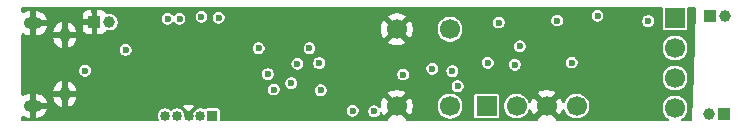
<source format=gbr>
%TF.GenerationSoftware,KiCad,Pcbnew,9.0.6*%
%TF.CreationDate,2026-01-30T22:56:41+01:00*%
%TF.ProjectId,fed_training_1,6665645f-7472-4616-996e-696e675f312e,rev?*%
%TF.SameCoordinates,Original*%
%TF.FileFunction,Copper,L3,Inr*%
%TF.FilePolarity,Positive*%
%FSLAX46Y46*%
G04 Gerber Fmt 4.6, Leading zero omitted, Abs format (unit mm)*
G04 Created by KiCad (PCBNEW 9.0.6) date 2026-01-30 22:56:41*
%MOMM*%
%LPD*%
G01*
G04 APERTURE LIST*
%TA.AperFunction,ComponentPad*%
%ADD10R,1.700000X1.700000*%
%TD*%
%TA.AperFunction,ComponentPad*%
%ADD11C,1.700000*%
%TD*%
%TA.AperFunction,ComponentPad*%
%ADD12R,1.000000X1.000000*%
%TD*%
%TA.AperFunction,ComponentPad*%
%ADD13C,1.000000*%
%TD*%
%TA.AperFunction,ComponentPad*%
%ADD14R,0.850000X0.850000*%
%TD*%
%TA.AperFunction,ComponentPad*%
%ADD15C,0.850000*%
%TD*%
%TA.AperFunction,ComponentPad*%
%ADD16O,1.550000X1.000000*%
%TD*%
%TA.AperFunction,ComponentPad*%
%ADD17O,0.950000X1.250000*%
%TD*%
%TA.AperFunction,ViaPad*%
%ADD18C,0.600000*%
%TD*%
G04 APERTURE END LIST*
D10*
%TO.N,/I2C1_SDA*%
%TO.C,J4*%
X157898454Y-98300000D03*
D11*
%TO.N,/I2C1_SCL*%
X160438454Y-98300000D03*
%TO.N,GND*%
X162978454Y-98300000D03*
%TO.N,/BUTTON*%
X165518454Y-98300000D03*
%TD*%
D12*
%TO.N,/G_LED_CON*%
%TO.C,J7*%
X178030000Y-98990000D03*
D13*
%TO.N,/B_LED_CON*%
X176760000Y-98990000D03*
%TD*%
D11*
%TO.N,/BUTTON*%
%TO.C,SW1*%
X154800000Y-91803688D03*
%TO.N,GND*%
X150300000Y-91803688D03*
X150300000Y-98303688D03*
%TO.N,/BUTTON*%
X154800000Y-98303688D03*
%TD*%
D14*
%TO.N,/MCL#{slash}VPP*%
%TO.C,J3*%
X134674676Y-99125000D03*
D15*
%TO.N,+3.3V*%
X133674676Y-99125000D03*
%TO.N,GND*%
X132674676Y-99125000D03*
%TO.N,/ISCPSDAT*%
X131674676Y-99125000D03*
%TO.N,/ISCPSCLK*%
X130674676Y-99125000D03*
%TD*%
D12*
%TO.N,VIN*%
%TO.C,J6*%
X176810000Y-90680000D03*
D13*
%TO.N,/R_LED_CON*%
X178080000Y-90680000D03*
%TD*%
D16*
%TO.N,GND*%
%TO.C,J2*%
X119475000Y-91284473D03*
D17*
X122175000Y-92284473D03*
X122175000Y-97284473D03*
D16*
X119475000Y-98284473D03*
%TD*%
D10*
%TO.N,VIN*%
%TO.C,J5*%
X173850000Y-90840000D03*
D11*
%TO.N,/R_LED_CON*%
X173850000Y-93380000D03*
%TO.N,/G_LED_CON*%
X173850000Y-95920000D03*
%TO.N,/B_LED_CON*%
X173850000Y-98460000D03*
%TD*%
D12*
%TO.N,GND*%
%TO.C,J1*%
X124700000Y-91200000D03*
D13*
%TO.N,+VBAT*%
X125970000Y-91200000D03*
%TD*%
D18*
%TO.N,GND*%
X121100000Y-98500000D03*
X127200000Y-98500000D03*
X129700000Y-97500000D03*
X165026204Y-90631224D03*
X122166120Y-98511031D03*
X163890802Y-93420122D03*
X160620318Y-91222003D03*
X160527805Y-93972195D03*
X152178000Y-97822000D03*
X132500000Y-97600000D03*
X124700000Y-90200000D03*
X163830000Y-94300000D03*
X156900000Y-92900000D03*
X157900000Y-91300000D03*
X122390640Y-90764385D03*
X137900000Y-91200000D03*
X171450000Y-98298000D03*
X140300000Y-93350000D03*
X119977640Y-92796385D03*
X152146000Y-92000000D03*
X130200000Y-93000000D03*
X162052000Y-97028000D03*
X132900000Y-94800000D03*
%TO.N,VIN*%
X131900000Y-90900000D03*
X130900000Y-90900000D03*
%TO.N,+3.3V*%
X157995964Y-94628740D03*
X138600000Y-93400000D03*
X135210000Y-90810000D03*
X148370000Y-98740000D03*
X163878252Y-91060000D03*
X133760000Y-90740000D03*
%TO.N,/R_LED_CON*%
X165100000Y-94615000D03*
%TO.N,Net-(J2-Pad3)*%
X123900000Y-95300000D03*
%TO.N,Net-(J2-Pad2)*%
X127343928Y-93543928D03*
%TO.N,/ISCPSCLK*%
X141880000Y-94710000D03*
%TO.N,/ISCPSDAT*%
X139380000Y-95590000D03*
%TO.N,/I2C1_SCL*%
X143860000Y-96960000D03*
X155448000Y-96612000D03*
X160300000Y-94800000D03*
X146560000Y-98690000D03*
%TO.N,/I2C1_SDA*%
X150830000Y-95630000D03*
X160713922Y-93245652D03*
%TO.N,/BUTTON*%
X153300000Y-95130000D03*
%TO.N,/LED_B*%
X167290000Y-90647776D03*
%TO.N,/LED_G*%
X171570000Y-91100000D03*
%TO.N,/LED_R*%
X155000000Y-95340000D03*
%TO.N,/ISR*%
X142900000Y-93400000D03*
X158938645Y-91232253D03*
%TO.N,Net-(U1-RC6)*%
X143716866Y-94657227D03*
%TO.N,Net-(U1-RC5)*%
X139880000Y-96900000D03*
%TO.N,Net-(U1-RC3)*%
X141350000Y-96360000D03*
%TD*%
%TA.AperFunction,Conductor*%
%TO.N,GND*%
G36*
X172742539Y-89920185D02*
G01*
X172788294Y-89972989D01*
X172799500Y-90024500D01*
X172799500Y-91709752D01*
X172811131Y-91768229D01*
X172811132Y-91768230D01*
X172855447Y-91834552D01*
X172921769Y-91878867D01*
X172921770Y-91878868D01*
X172980247Y-91890499D01*
X172980250Y-91890500D01*
X172980252Y-91890500D01*
X174719750Y-91890500D01*
X174719751Y-91890499D01*
X174734568Y-91887552D01*
X174778229Y-91878868D01*
X174778229Y-91878867D01*
X174778231Y-91878867D01*
X174844552Y-91834552D01*
X174888867Y-91768231D01*
X174888867Y-91768229D01*
X174888868Y-91768229D01*
X174900499Y-91709752D01*
X174900500Y-91709750D01*
X174900500Y-90024500D01*
X174920185Y-89957461D01*
X174972989Y-89911706D01*
X175024500Y-89900500D01*
X175513139Y-89900500D01*
X175580178Y-89920185D01*
X175625933Y-89972989D01*
X175637067Y-90028732D01*
X175446580Y-95607313D01*
X175314496Y-99475500D01*
X175314351Y-99479732D01*
X175292390Y-99546060D01*
X175238055Y-99589987D01*
X175190423Y-99599500D01*
X174444241Y-99599500D01*
X174377202Y-99579815D01*
X174331447Y-99527011D01*
X174321503Y-99457853D01*
X174350528Y-99394297D01*
X174375351Y-99372397D01*
X174519655Y-99275977D01*
X174665977Y-99129655D01*
X174780941Y-98957598D01*
X174860130Y-98766420D01*
X174900500Y-98563465D01*
X174900500Y-98356535D01*
X174860130Y-98153580D01*
X174780941Y-97962402D01*
X174665977Y-97790345D01*
X174665975Y-97790342D01*
X174519657Y-97644024D01*
X174433626Y-97586541D01*
X174347598Y-97529059D01*
X174156420Y-97449870D01*
X174156412Y-97449868D01*
X173953469Y-97409500D01*
X173953465Y-97409500D01*
X173746535Y-97409500D01*
X173746530Y-97409500D01*
X173543587Y-97449868D01*
X173543579Y-97449870D01*
X173352403Y-97529058D01*
X173180342Y-97644024D01*
X173034024Y-97790342D01*
X172919058Y-97962403D01*
X172839870Y-98153579D01*
X172839868Y-98153587D01*
X172799500Y-98356530D01*
X172799500Y-98563469D01*
X172839868Y-98766412D01*
X172839870Y-98766420D01*
X172908947Y-98933187D01*
X172919059Y-98957598D01*
X172929581Y-98973345D01*
X173034024Y-99129657D01*
X173180342Y-99275975D01*
X173180345Y-99275977D01*
X173300891Y-99356523D01*
X173324649Y-99372397D01*
X173369455Y-99426010D01*
X173378162Y-99495335D01*
X173348008Y-99558362D01*
X173288565Y-99595082D01*
X173255759Y-99599500D01*
X163859815Y-99599500D01*
X163792776Y-99579815D01*
X163747021Y-99527011D01*
X163736197Y-99465772D01*
X163740171Y-99415270D01*
X163107862Y-98782962D01*
X163171447Y-98765925D01*
X163285461Y-98700099D01*
X163378553Y-98607007D01*
X163444379Y-98492993D01*
X163461416Y-98429408D01*
X164093724Y-99061717D01*
X164093724Y-99061716D01*
X164133076Y-99007554D01*
X164229549Y-98818217D01*
X164286797Y-98642026D01*
X164326234Y-98584351D01*
X164390593Y-98557152D01*
X164459439Y-98569066D01*
X164510915Y-98616310D01*
X164519287Y-98632887D01*
X164539311Y-98681228D01*
X164574598Y-98766420D01*
X164587513Y-98797598D01*
X164630232Y-98861532D01*
X164702478Y-98969657D01*
X164848796Y-99115975D01*
X164848799Y-99115977D01*
X165020856Y-99230941D01*
X165212034Y-99310130D01*
X165356506Y-99338867D01*
X165414984Y-99350499D01*
X165414988Y-99350500D01*
X165414989Y-99350500D01*
X165621920Y-99350500D01*
X165621921Y-99350499D01*
X165824874Y-99310130D01*
X166016052Y-99230941D01*
X166188109Y-99115977D01*
X166334431Y-98969655D01*
X166449395Y-98797598D01*
X166528584Y-98606420D01*
X166568954Y-98403465D01*
X166568954Y-98196535D01*
X166528584Y-97993580D01*
X166449395Y-97802402D01*
X166334431Y-97630345D01*
X166334429Y-97630342D01*
X166188111Y-97484024D01*
X166074986Y-97408437D01*
X166016052Y-97369059D01*
X166009613Y-97366392D01*
X165824874Y-97289870D01*
X165824866Y-97289868D01*
X165621923Y-97249500D01*
X165621919Y-97249500D01*
X165414989Y-97249500D01*
X165414984Y-97249500D01*
X165212041Y-97289868D01*
X165212033Y-97289870D01*
X165020857Y-97369058D01*
X164848796Y-97484024D01*
X164702478Y-97630342D01*
X164587511Y-97802403D01*
X164519289Y-97967108D01*
X164475448Y-98021511D01*
X164409154Y-98043576D01*
X164341454Y-98026297D01*
X164293844Y-97975159D01*
X164286797Y-97957973D01*
X164229549Y-97781782D01*
X164133078Y-97592449D01*
X164093724Y-97538282D01*
X164093723Y-97538282D01*
X163461416Y-98170590D01*
X163444379Y-98107007D01*
X163378553Y-97992993D01*
X163285461Y-97899901D01*
X163171447Y-97834075D01*
X163107863Y-97817037D01*
X163740170Y-97184728D01*
X163686004Y-97145375D01*
X163496671Y-97048904D01*
X163294583Y-96983242D01*
X163084700Y-96950000D01*
X162872208Y-96950000D01*
X162662326Y-96983242D01*
X162662323Y-96983242D01*
X162460236Y-97048904D01*
X162270893Y-97145380D01*
X162216736Y-97184727D01*
X162216736Y-97184728D01*
X162849045Y-97817037D01*
X162785461Y-97834075D01*
X162671447Y-97899901D01*
X162578355Y-97992993D01*
X162512529Y-98107007D01*
X162495491Y-98170591D01*
X161863182Y-97538282D01*
X161863181Y-97538282D01*
X161823834Y-97592439D01*
X161727359Y-97781781D01*
X161670110Y-97957974D01*
X161630672Y-98015649D01*
X161566313Y-98042847D01*
X161497467Y-98030932D01*
X161445991Y-97983688D01*
X161437618Y-97967107D01*
X161435669Y-97962402D01*
X161408292Y-97896306D01*
X161369397Y-97802405D01*
X161254429Y-97630342D01*
X161108111Y-97484024D01*
X160994986Y-97408437D01*
X160936052Y-97369059D01*
X160929613Y-97366392D01*
X160881706Y-97346548D01*
X160744874Y-97289870D01*
X160744866Y-97289868D01*
X160541923Y-97249500D01*
X160541919Y-97249500D01*
X160334989Y-97249500D01*
X160334984Y-97249500D01*
X160132041Y-97289868D01*
X160132033Y-97289870D01*
X159940857Y-97369058D01*
X159768796Y-97484024D01*
X159622478Y-97630342D01*
X159507512Y-97802403D01*
X159428324Y-97993579D01*
X159428322Y-97993587D01*
X159387954Y-98196530D01*
X159387954Y-98403469D01*
X159428322Y-98606412D01*
X159428324Y-98606420D01*
X159494598Y-98766420D01*
X159507513Y-98797598D01*
X159550232Y-98861532D01*
X159622478Y-98969657D01*
X159768796Y-99115975D01*
X159768799Y-99115977D01*
X159940856Y-99230941D01*
X160132034Y-99310130D01*
X160276506Y-99338867D01*
X160334984Y-99350499D01*
X160334988Y-99350500D01*
X160334989Y-99350500D01*
X160541920Y-99350500D01*
X160541921Y-99350499D01*
X160744874Y-99310130D01*
X160936052Y-99230941D01*
X161108109Y-99115977D01*
X161254431Y-98969655D01*
X161369395Y-98797598D01*
X161437619Y-98632889D01*
X161481458Y-98578488D01*
X161547752Y-98556423D01*
X161615452Y-98573702D01*
X161663063Y-98624839D01*
X161670110Y-98642026D01*
X161727358Y-98818216D01*
X161823829Y-99007550D01*
X161863182Y-99061716D01*
X162495491Y-98429408D01*
X162512529Y-98492993D01*
X162578355Y-98607007D01*
X162671447Y-98700099D01*
X162785461Y-98765925D01*
X162849044Y-98782962D01*
X162216736Y-99415269D01*
X162220711Y-99465771D01*
X162206347Y-99534148D01*
X162157296Y-99583905D01*
X162097093Y-99599500D01*
X154929192Y-99599500D01*
X154862153Y-99579815D01*
X154816398Y-99527011D01*
X154806454Y-99457853D01*
X154835479Y-99394297D01*
X154894257Y-99356523D01*
X154905001Y-99353883D01*
X154999958Y-99334994D01*
X155106420Y-99313818D01*
X155297598Y-99234629D01*
X155469655Y-99119665D01*
X155615977Y-98973343D01*
X155730941Y-98801286D01*
X155810130Y-98610108D01*
X155850500Y-98407153D01*
X155850500Y-98200223D01*
X155810130Y-97997268D01*
X155730941Y-97806090D01*
X155615977Y-97634033D01*
X155615975Y-97634030D01*
X155469657Y-97487712D01*
X155383654Y-97430247D01*
X156847954Y-97430247D01*
X156847954Y-99169752D01*
X156859585Y-99228229D01*
X156859586Y-99228230D01*
X156903901Y-99294552D01*
X156970223Y-99338867D01*
X156970224Y-99338868D01*
X157028701Y-99350499D01*
X157028704Y-99350500D01*
X157028706Y-99350500D01*
X158768204Y-99350500D01*
X158768205Y-99350499D01*
X158783022Y-99347552D01*
X158826683Y-99338868D01*
X158826683Y-99338867D01*
X158826685Y-99338867D01*
X158893006Y-99294552D01*
X158937321Y-99228231D01*
X158937321Y-99228229D01*
X158937322Y-99228229D01*
X158947963Y-99174728D01*
X158948954Y-99169748D01*
X158948954Y-97430252D01*
X158948954Y-97430249D01*
X158948953Y-97430247D01*
X158937322Y-97371770D01*
X158937321Y-97371769D01*
X158893006Y-97305447D01*
X158826684Y-97261132D01*
X158826683Y-97261131D01*
X158768206Y-97249500D01*
X158768202Y-97249500D01*
X157028706Y-97249500D01*
X157028701Y-97249500D01*
X156970224Y-97261131D01*
X156970223Y-97261132D01*
X156903901Y-97305447D01*
X156859586Y-97371769D01*
X156859585Y-97371770D01*
X156847954Y-97430247D01*
X155383654Y-97430247D01*
X155344695Y-97404216D01*
X155297598Y-97372747D01*
X155295239Y-97371770D01*
X155106420Y-97293558D01*
X155106412Y-97293556D01*
X154903469Y-97253188D01*
X154903465Y-97253188D01*
X154696535Y-97253188D01*
X154696530Y-97253188D01*
X154493587Y-97293556D01*
X154493579Y-97293558D01*
X154302403Y-97372746D01*
X154130342Y-97487712D01*
X153984024Y-97634030D01*
X153869058Y-97806091D01*
X153789870Y-97997267D01*
X153789868Y-97997275D01*
X153749500Y-98200218D01*
X153749500Y-98407157D01*
X153789868Y-98610100D01*
X153789870Y-98610108D01*
X153869058Y-98801284D01*
X153984024Y-98973345D01*
X154130342Y-99119663D01*
X154130345Y-99119665D01*
X154302402Y-99234629D01*
X154493580Y-99313818D01*
X154579506Y-99330909D01*
X154694999Y-99353883D01*
X154756910Y-99386268D01*
X154791484Y-99446983D01*
X154787745Y-99516753D01*
X154746879Y-99573425D01*
X154681860Y-99599006D01*
X154670808Y-99599500D01*
X151181651Y-99599500D01*
X151114612Y-99579815D01*
X151068857Y-99527011D01*
X151058033Y-99465771D01*
X151061717Y-99418958D01*
X150429408Y-98786650D01*
X150492993Y-98769613D01*
X150607007Y-98703787D01*
X150700099Y-98610695D01*
X150765925Y-98496681D01*
X150782962Y-98433096D01*
X151415270Y-99065405D01*
X151415270Y-99065404D01*
X151454622Y-99011242D01*
X151551095Y-98821905D01*
X151616757Y-98619818D01*
X151616757Y-98619815D01*
X151650000Y-98409934D01*
X151650000Y-98197441D01*
X151616757Y-97987560D01*
X151616757Y-97987557D01*
X151551095Y-97785470D01*
X151454624Y-97596137D01*
X151415270Y-97541970D01*
X151415269Y-97541970D01*
X150782962Y-98174278D01*
X150765925Y-98110695D01*
X150700099Y-97996681D01*
X150607007Y-97903589D01*
X150492993Y-97837763D01*
X150429409Y-97820725D01*
X151061716Y-97188416D01*
X151007550Y-97149063D01*
X150818217Y-97052592D01*
X150616129Y-96986930D01*
X150406246Y-96953688D01*
X150193754Y-96953688D01*
X149983872Y-96986930D01*
X149983869Y-96986930D01*
X149781782Y-97052592D01*
X149592439Y-97149068D01*
X149538282Y-97188415D01*
X149538282Y-97188416D01*
X150170591Y-97820725D01*
X150107007Y-97837763D01*
X149992993Y-97903589D01*
X149899901Y-97996681D01*
X149834075Y-98110695D01*
X149817037Y-98174279D01*
X149184728Y-97541970D01*
X149184727Y-97541970D01*
X149145380Y-97596127D01*
X149048904Y-97785470D01*
X148983242Y-97987557D01*
X148983242Y-97987560D01*
X148950000Y-98197441D01*
X148950000Y-98312824D01*
X148930315Y-98379863D01*
X148877511Y-98425618D01*
X148808353Y-98435562D01*
X148744797Y-98406537D01*
X148738319Y-98400505D01*
X148677316Y-98339502D01*
X148677314Y-98339500D01*
X148608898Y-98300000D01*
X148563187Y-98273608D01*
X148499539Y-98256554D01*
X148435892Y-98239500D01*
X148304108Y-98239500D01*
X148176812Y-98273608D01*
X148062686Y-98339500D01*
X148062683Y-98339502D01*
X147969502Y-98432683D01*
X147969500Y-98432686D01*
X147903608Y-98546812D01*
X147884047Y-98619818D01*
X147869500Y-98674108D01*
X147869500Y-98805892D01*
X147873791Y-98821905D01*
X147903608Y-98933187D01*
X147926793Y-98973343D01*
X147969500Y-99047314D01*
X148062686Y-99140500D01*
X148176814Y-99206392D01*
X148304108Y-99240500D01*
X148304110Y-99240500D01*
X148435890Y-99240500D01*
X148435892Y-99240500D01*
X148563186Y-99206392D01*
X148677314Y-99140500D01*
X148770500Y-99047314D01*
X148836392Y-98933186D01*
X148845566Y-98898944D01*
X148881930Y-98839284D01*
X148944776Y-98808754D01*
X149014152Y-98817048D01*
X149068030Y-98861532D01*
X149075826Y-98874742D01*
X149145375Y-99011238D01*
X149184728Y-99065404D01*
X149817037Y-98433096D01*
X149834075Y-98496681D01*
X149899901Y-98610695D01*
X149992993Y-98703787D01*
X150107007Y-98769613D01*
X150170590Y-98786650D01*
X149538282Y-99418957D01*
X149541967Y-99465770D01*
X149527603Y-99534148D01*
X149478552Y-99583905D01*
X149418349Y-99599500D01*
X135424176Y-99599500D01*
X135357137Y-99579815D01*
X135311382Y-99527011D01*
X135300176Y-99475500D01*
X135300176Y-98680249D01*
X135292204Y-98640173D01*
X135292203Y-98640171D01*
X135291999Y-98639144D01*
X135289008Y-98624108D01*
X146059500Y-98624108D01*
X146059500Y-98755892D01*
X146070675Y-98797598D01*
X146093608Y-98883187D01*
X146102707Y-98898946D01*
X146159500Y-98997314D01*
X146252686Y-99090500D01*
X146348205Y-99145648D01*
X146364993Y-99155341D01*
X146366814Y-99156392D01*
X146494108Y-99190500D01*
X146494110Y-99190500D01*
X146625890Y-99190500D01*
X146625892Y-99190500D01*
X146753186Y-99156392D01*
X146867314Y-99090500D01*
X146960500Y-98997314D01*
X147026392Y-98883186D01*
X147060500Y-98755892D01*
X147060500Y-98624108D01*
X147026392Y-98496814D01*
X147026160Y-98496413D01*
X146991028Y-98435562D01*
X146960500Y-98382686D01*
X146867314Y-98289500D01*
X146773867Y-98235548D01*
X146753187Y-98223608D01*
X146665907Y-98200222D01*
X146625892Y-98189500D01*
X146494108Y-98189500D01*
X146366812Y-98223608D01*
X146252686Y-98289500D01*
X146252683Y-98289502D01*
X146159502Y-98382683D01*
X146159500Y-98382686D01*
X146093608Y-98496812D01*
X146070153Y-98584351D01*
X146059500Y-98624108D01*
X135289008Y-98624108D01*
X135288543Y-98621769D01*
X135257628Y-98575502D01*
X135244228Y-98555447D01*
X135177906Y-98511132D01*
X135177905Y-98511131D01*
X135119428Y-98499500D01*
X135119424Y-98499500D01*
X134229928Y-98499500D01*
X134229923Y-98499500D01*
X134171446Y-98511131D01*
X134171445Y-98511132D01*
X134094969Y-98562233D01*
X134092513Y-98558558D01*
X134051941Y-98580616D01*
X133982259Y-98575502D01*
X133976618Y-98572951D01*
X133976590Y-98573020D01*
X133910236Y-98545535D01*
X133857128Y-98523537D01*
X133857124Y-98523536D01*
X133857120Y-98523535D01*
X133736286Y-98499500D01*
X133736282Y-98499500D01*
X133613070Y-98499500D01*
X133613065Y-98499500D01*
X133492231Y-98523535D01*
X133492221Y-98523538D01*
X133378392Y-98570687D01*
X133378383Y-98570692D01*
X133275943Y-98639141D01*
X133275939Y-98639144D01*
X133188820Y-98726263D01*
X133188817Y-98726267D01*
X133120368Y-98828707D01*
X133120363Y-98828716D01*
X133073214Y-98942545D01*
X133073211Y-98942555D01*
X133049175Y-99063393D01*
X133049081Y-99064353D01*
X133048891Y-99064822D01*
X133047987Y-99069369D01*
X133047124Y-99069197D01*
X133039785Y-99087366D01*
X133034511Y-99111614D01*
X133024696Y-99124723D01*
X133022914Y-99129138D01*
X133013360Y-99139868D01*
X132939133Y-99214095D01*
X132899378Y-99235802D01*
X132924676Y-99174728D01*
X132924676Y-99075272D01*
X132886616Y-98983386D01*
X132816290Y-98913060D01*
X132724404Y-98875000D01*
X132624948Y-98875000D01*
X132533062Y-98913060D01*
X132462736Y-98983386D01*
X132424676Y-99075272D01*
X132424676Y-99174728D01*
X132452142Y-99241039D01*
X132445511Y-99236777D01*
X132438472Y-99235246D01*
X132410218Y-99214095D01*
X132335991Y-99139868D01*
X132302506Y-99078545D01*
X132300269Y-99064335D01*
X132300176Y-99063392D01*
X132281531Y-98969655D01*
X132276139Y-98942548D01*
X132228987Y-98828714D01*
X132228986Y-98828713D01*
X132228983Y-98828707D01*
X132160534Y-98726267D01*
X132160531Y-98726263D01*
X132073412Y-98639144D01*
X132073408Y-98639141D01*
X131970968Y-98570692D01*
X131970959Y-98570687D01*
X131857130Y-98523538D01*
X131857131Y-98523538D01*
X131857128Y-98523537D01*
X131857124Y-98523536D01*
X131857120Y-98523535D01*
X131736286Y-98499500D01*
X131736282Y-98499500D01*
X131613070Y-98499500D01*
X131613065Y-98499500D01*
X131492231Y-98523535D01*
X131492221Y-98523538D01*
X131378392Y-98570687D01*
X131378383Y-98570692D01*
X131275943Y-98639141D01*
X131275939Y-98639144D01*
X131262357Y-98652727D01*
X131201034Y-98686212D01*
X131131342Y-98681228D01*
X131086995Y-98652727D01*
X131073412Y-98639144D01*
X131073408Y-98639141D01*
X130970968Y-98570692D01*
X130970959Y-98570687D01*
X130857130Y-98523538D01*
X130857131Y-98523538D01*
X130857128Y-98523537D01*
X130857124Y-98523536D01*
X130857120Y-98523535D01*
X130736286Y-98499500D01*
X130736282Y-98499500D01*
X130613070Y-98499500D01*
X130613065Y-98499500D01*
X130492231Y-98523535D01*
X130492221Y-98523538D01*
X130378392Y-98570687D01*
X130378383Y-98570692D01*
X130275943Y-98639141D01*
X130275939Y-98639144D01*
X130188820Y-98726263D01*
X130188817Y-98726267D01*
X130120368Y-98828707D01*
X130120363Y-98828716D01*
X130073214Y-98942545D01*
X130073211Y-98942555D01*
X130049176Y-99063389D01*
X130049176Y-99186610D01*
X130065090Y-99266614D01*
X130073213Y-99307452D01*
X130086226Y-99338867D01*
X130122696Y-99426914D01*
X130120349Y-99427886D01*
X130132344Y-99485416D01*
X130107362Y-99550666D01*
X130051068Y-99592052D01*
X130008741Y-99599500D01*
X118634500Y-99599500D01*
X118567461Y-99579815D01*
X118521706Y-99527011D01*
X118510500Y-99475500D01*
X118510500Y-99258442D01*
X118530185Y-99191403D01*
X118582989Y-99145648D01*
X118652147Y-99135704D01*
X118703392Y-99155341D01*
X118726314Y-99170657D01*
X118726328Y-99170665D01*
X118908306Y-99246042D01*
X118908318Y-99246045D01*
X119101504Y-99284472D01*
X119101508Y-99284473D01*
X119225000Y-99284473D01*
X119225000Y-98534473D01*
X119725000Y-98534473D01*
X119725000Y-99284473D01*
X119848492Y-99284473D01*
X119848495Y-99284472D01*
X120041681Y-99246045D01*
X120041693Y-99246042D01*
X120223671Y-99170665D01*
X120223684Y-99170658D01*
X120387462Y-99061224D01*
X120387466Y-99061221D01*
X120526748Y-98921939D01*
X120526751Y-98921935D01*
X120636185Y-98758157D01*
X120636192Y-98758144D01*
X120711569Y-98576165D01*
X120711569Y-98576163D01*
X120719862Y-98534473D01*
X119849728Y-98534473D01*
X119941614Y-98496413D01*
X120011940Y-98426087D01*
X120050000Y-98334201D01*
X120050000Y-98234745D01*
X120011940Y-98142859D01*
X119941614Y-98072533D01*
X119849728Y-98034473D01*
X120719862Y-98034473D01*
X120711569Y-97992782D01*
X120711569Y-97992780D01*
X120636192Y-97810801D01*
X120636185Y-97810788D01*
X120526751Y-97647010D01*
X120526748Y-97647006D01*
X120387466Y-97507724D01*
X120387462Y-97507721D01*
X120223684Y-97398287D01*
X120223671Y-97398280D01*
X120041693Y-97322903D01*
X120041681Y-97322900D01*
X119848495Y-97284473D01*
X119725000Y-97284473D01*
X119725000Y-98034473D01*
X119225000Y-98034473D01*
X119225000Y-97284473D01*
X119101504Y-97284473D01*
X118908318Y-97322900D01*
X118908306Y-97322903D01*
X118726328Y-97398280D01*
X118726317Y-97398286D01*
X118703390Y-97413606D01*
X118693690Y-97416643D01*
X118686011Y-97423297D01*
X118660912Y-97426905D01*
X118636712Y-97434483D01*
X118626912Y-97431794D01*
X118616853Y-97433241D01*
X118593786Y-97422706D01*
X118569332Y-97415998D01*
X118562541Y-97408437D01*
X118553297Y-97404216D01*
X118539587Y-97382883D01*
X118522643Y-97364019D01*
X118520011Y-97352422D01*
X118515523Y-97345438D01*
X118510500Y-97310503D01*
X118510500Y-97034472D01*
X121200789Y-97034472D01*
X121200790Y-97034473D01*
X121918763Y-97034473D01*
X121900000Y-97079772D01*
X121900000Y-97489174D01*
X121918763Y-97534473D01*
X121200789Y-97534473D01*
X121237466Y-97718862D01*
X121237468Y-97718870D01*
X121310964Y-97896306D01*
X121310969Y-97896315D01*
X121417667Y-98055999D01*
X121417670Y-98056003D01*
X121553469Y-98191802D01*
X121553473Y-98191805D01*
X121713157Y-98298503D01*
X121713167Y-98298508D01*
X121890599Y-98372003D01*
X121890606Y-98372006D01*
X121925000Y-98378846D01*
X121925000Y-97549529D01*
X121941866Y-97590248D01*
X122019225Y-97667607D01*
X122120299Y-97709473D01*
X122229701Y-97709473D01*
X122330775Y-97667607D01*
X122408134Y-97590248D01*
X122425000Y-97549529D01*
X122425000Y-98378845D01*
X122459393Y-98372006D01*
X122459400Y-98372003D01*
X122593400Y-98316498D01*
X132219726Y-98316498D01*
X132674676Y-98771446D01*
X132674677Y-98771446D01*
X133129623Y-98316498D01*
X133112821Y-98305271D01*
X132944493Y-98235548D01*
X132944481Y-98235545D01*
X132765785Y-98200000D01*
X132583566Y-98200000D01*
X132404870Y-98235545D01*
X132404862Y-98235547D01*
X132236524Y-98305274D01*
X132219726Y-98316498D01*
X122593400Y-98316498D01*
X122636832Y-98298508D01*
X122636842Y-98298503D01*
X122695055Y-98259607D01*
X122796526Y-98191805D01*
X122796530Y-98191802D01*
X122932329Y-98056003D01*
X122932332Y-98055999D01*
X123039030Y-97896315D01*
X123039035Y-97896306D01*
X123112531Y-97718870D01*
X123112533Y-97718862D01*
X123149210Y-97534473D01*
X122431237Y-97534473D01*
X122450000Y-97489174D01*
X122450000Y-97079772D01*
X122431237Y-97034473D01*
X123149209Y-97034473D01*
X123112551Y-96850172D01*
X123112551Y-96850170D01*
X123112533Y-96850081D01*
X123112531Y-96850075D01*
X123105917Y-96834108D01*
X139379500Y-96834108D01*
X139379500Y-96965892D01*
X139395576Y-97025890D01*
X139413608Y-97093187D01*
X139424758Y-97112499D01*
X139479500Y-97207314D01*
X139572686Y-97300500D01*
X139662617Y-97352422D01*
X139676603Y-97360497D01*
X139686814Y-97366392D01*
X139814108Y-97400500D01*
X139814110Y-97400500D01*
X139945890Y-97400500D01*
X139945892Y-97400500D01*
X140073186Y-97366392D01*
X140187314Y-97300500D01*
X140280500Y-97207314D01*
X140346392Y-97093186D01*
X140380500Y-96965892D01*
X140380500Y-96894108D01*
X143359500Y-96894108D01*
X143359500Y-97025891D01*
X143393608Y-97153187D01*
X143413948Y-97188416D01*
X143459500Y-97267314D01*
X143552686Y-97360500D01*
X143666814Y-97426392D01*
X143794108Y-97460500D01*
X143794110Y-97460500D01*
X143925890Y-97460500D01*
X143925892Y-97460500D01*
X144053186Y-97426392D01*
X144167314Y-97360500D01*
X144260500Y-97267314D01*
X144306052Y-97188416D01*
X144314563Y-97173675D01*
X144314563Y-97173674D01*
X144326391Y-97153187D01*
X144326392Y-97153186D01*
X144360500Y-97025892D01*
X144360500Y-96894108D01*
X144326392Y-96766814D01*
X144260500Y-96652686D01*
X144167314Y-96559500D01*
X144144118Y-96546108D01*
X154947500Y-96546108D01*
X154947500Y-96677891D01*
X154981608Y-96805187D01*
X155007581Y-96850172D01*
X155047500Y-96919314D01*
X155140686Y-97012500D01*
X155254814Y-97078392D01*
X155382108Y-97112500D01*
X155382110Y-97112500D01*
X155513890Y-97112500D01*
X155513892Y-97112500D01*
X155641186Y-97078392D01*
X155755314Y-97012500D01*
X155848500Y-96919314D01*
X155914392Y-96805186D01*
X155948500Y-96677892D01*
X155948500Y-96546108D01*
X155914392Y-96418814D01*
X155848500Y-96304686D01*
X155755314Y-96211500D01*
X155677916Y-96166814D01*
X155641187Y-96145608D01*
X155577539Y-96128554D01*
X155513892Y-96111500D01*
X155382108Y-96111500D01*
X155254812Y-96145608D01*
X155140686Y-96211500D01*
X155140683Y-96211502D01*
X155047502Y-96304683D01*
X155047500Y-96304686D01*
X154981608Y-96418812D01*
X154947500Y-96546108D01*
X144144118Y-96546108D01*
X144110250Y-96526554D01*
X144053187Y-96493608D01*
X143989539Y-96476554D01*
X143925892Y-96459500D01*
X143794108Y-96459500D01*
X143666812Y-96493608D01*
X143552686Y-96559500D01*
X143552683Y-96559502D01*
X143459502Y-96652683D01*
X143459500Y-96652686D01*
X143393608Y-96766812D01*
X143359500Y-96894108D01*
X140380500Y-96894108D01*
X140380500Y-96834108D01*
X140346392Y-96706814D01*
X140280500Y-96592686D01*
X140187314Y-96499500D01*
X140118032Y-96459500D01*
X140073187Y-96433608D01*
X140019383Y-96419191D01*
X139945892Y-96399500D01*
X139814108Y-96399500D01*
X139686812Y-96433608D01*
X139572686Y-96499500D01*
X139572683Y-96499502D01*
X139479502Y-96592683D01*
X139479500Y-96592686D01*
X139413608Y-96706812D01*
X139387249Y-96805187D01*
X139379500Y-96834108D01*
X123105917Y-96834108D01*
X123039035Y-96672639D01*
X123039030Y-96672630D01*
X122932332Y-96512946D01*
X122932329Y-96512942D01*
X122796530Y-96377143D01*
X122796526Y-96377140D01*
X122672260Y-96294108D01*
X140849500Y-96294108D01*
X140849500Y-96425892D01*
X140858505Y-96459500D01*
X140883608Y-96553187D01*
X140906413Y-96592686D01*
X140949500Y-96667314D01*
X141042686Y-96760500D01*
X141120086Y-96805187D01*
X141156810Y-96826390D01*
X141156814Y-96826392D01*
X141284108Y-96860500D01*
X141284110Y-96860500D01*
X141415890Y-96860500D01*
X141415892Y-96860500D01*
X141543186Y-96826392D01*
X141657314Y-96760500D01*
X141750500Y-96667314D01*
X141816392Y-96553186D01*
X141850500Y-96425892D01*
X141850500Y-96294108D01*
X141816392Y-96166814D01*
X141750500Y-96052686D01*
X141657314Y-95959500D01*
X141600250Y-95926554D01*
X141543187Y-95893608D01*
X141479539Y-95876554D01*
X141415892Y-95859500D01*
X141284108Y-95859500D01*
X141156812Y-95893608D01*
X141042686Y-95959500D01*
X141042683Y-95959502D01*
X140949502Y-96052683D01*
X140949500Y-96052686D01*
X140883608Y-96166812D01*
X140855841Y-96270442D01*
X140849500Y-96294108D01*
X122672260Y-96294108D01*
X122636842Y-96270442D01*
X122636833Y-96270437D01*
X122459397Y-96196941D01*
X122459389Y-96196939D01*
X122425000Y-96190098D01*
X122425000Y-97019416D01*
X122408134Y-96978698D01*
X122330775Y-96901339D01*
X122229701Y-96859473D01*
X122120299Y-96859473D01*
X122019225Y-96901339D01*
X121941866Y-96978698D01*
X121925000Y-97019416D01*
X121925000Y-96190098D01*
X121890610Y-96196939D01*
X121890602Y-96196941D01*
X121713166Y-96270437D01*
X121713157Y-96270442D01*
X121553473Y-96377140D01*
X121553469Y-96377143D01*
X121417670Y-96512942D01*
X121417667Y-96512946D01*
X121310969Y-96672630D01*
X121310964Y-96672639D01*
X121237468Y-96850075D01*
X121237466Y-96850083D01*
X121200789Y-97034472D01*
X118510500Y-97034472D01*
X118510500Y-95234108D01*
X123399500Y-95234108D01*
X123399500Y-95365892D01*
X123410217Y-95405890D01*
X123433608Y-95493187D01*
X123466554Y-95550250D01*
X123499500Y-95607314D01*
X123592686Y-95700500D01*
X123706814Y-95766392D01*
X123834108Y-95800500D01*
X123834110Y-95800500D01*
X123965890Y-95800500D01*
X123965892Y-95800500D01*
X124093186Y-95766392D01*
X124207314Y-95700500D01*
X124300500Y-95607314D01*
X124348539Y-95524108D01*
X138879500Y-95524108D01*
X138879500Y-95655891D01*
X138913608Y-95783187D01*
X138946554Y-95840250D01*
X138979500Y-95897314D01*
X139072686Y-95990500D01*
X139186814Y-96056392D01*
X139314108Y-96090500D01*
X139314110Y-96090500D01*
X139445890Y-96090500D01*
X139445892Y-96090500D01*
X139573186Y-96056392D01*
X139687314Y-95990500D01*
X139780500Y-95897314D01*
X139846392Y-95783186D01*
X139880500Y-95655892D01*
X139880500Y-95564108D01*
X150329500Y-95564108D01*
X150329500Y-95695892D01*
X150330735Y-95700500D01*
X150363608Y-95823187D01*
X150373604Y-95840500D01*
X150429500Y-95937314D01*
X150522686Y-96030500D01*
X150636814Y-96096392D01*
X150764108Y-96130500D01*
X150764110Y-96130500D01*
X150895890Y-96130500D01*
X150895892Y-96130500D01*
X151023186Y-96096392D01*
X151137314Y-96030500D01*
X151230500Y-95937314D01*
X151296392Y-95823186D01*
X151330500Y-95695892D01*
X151330500Y-95564108D01*
X151296392Y-95436814D01*
X151230500Y-95322686D01*
X151137314Y-95229500D01*
X151061228Y-95185572D01*
X151023188Y-95163609D01*
X151023187Y-95163608D01*
X151023186Y-95163608D01*
X150895892Y-95129500D01*
X150764108Y-95129500D01*
X150636812Y-95163608D01*
X150522686Y-95229500D01*
X150522683Y-95229502D01*
X150429502Y-95322683D01*
X150429500Y-95322686D01*
X150363608Y-95436812D01*
X150348503Y-95493186D01*
X150329500Y-95564108D01*
X139880500Y-95564108D01*
X139880500Y-95524108D01*
X139846392Y-95396814D01*
X139780500Y-95282686D01*
X139687314Y-95189500D01*
X139613380Y-95146814D01*
X139573187Y-95123608D01*
X139500093Y-95104023D01*
X139445892Y-95089500D01*
X139314108Y-95089500D01*
X139186812Y-95123608D01*
X139072686Y-95189500D01*
X139072683Y-95189502D01*
X138979502Y-95282683D01*
X138979500Y-95282686D01*
X138913608Y-95396812D01*
X138879500Y-95524108D01*
X124348539Y-95524108D01*
X124366392Y-95493186D01*
X124400500Y-95365892D01*
X124400500Y-95234108D01*
X124366392Y-95106814D01*
X124300500Y-94992686D01*
X124207314Y-94899500D01*
X124122295Y-94850414D01*
X124093187Y-94833608D01*
X124029539Y-94816554D01*
X123965892Y-94799500D01*
X123834108Y-94799500D01*
X123706812Y-94833608D01*
X123592686Y-94899500D01*
X123592683Y-94899502D01*
X123499502Y-94992683D01*
X123499500Y-94992686D01*
X123433608Y-95106812D01*
X123411452Y-95189502D01*
X123399500Y-95234108D01*
X118510500Y-95234108D01*
X118510500Y-94644108D01*
X141379500Y-94644108D01*
X141379500Y-94775892D01*
X141392038Y-94822686D01*
X141413608Y-94903187D01*
X141433022Y-94936812D01*
X141479500Y-95017314D01*
X141572686Y-95110500D01*
X141686814Y-95176392D01*
X141814108Y-95210500D01*
X141814110Y-95210500D01*
X141945890Y-95210500D01*
X141945892Y-95210500D01*
X142073186Y-95176392D01*
X142187314Y-95110500D01*
X142280500Y-95017314D01*
X142346392Y-94903186D01*
X142380500Y-94775892D01*
X142380500Y-94644108D01*
X142366360Y-94591335D01*
X143216366Y-94591335D01*
X143216366Y-94723119D01*
X143219311Y-94734110D01*
X143250474Y-94850414D01*
X143278814Y-94899500D01*
X143316366Y-94964541D01*
X143409552Y-95057727D01*
X143500952Y-95110497D01*
X143509617Y-95115500D01*
X143523680Y-95123619D01*
X143650974Y-95157727D01*
X143650976Y-95157727D01*
X143782756Y-95157727D01*
X143782758Y-95157727D01*
X143910052Y-95123619D01*
X144013128Y-95064108D01*
X152799500Y-95064108D01*
X152799500Y-95195892D01*
X152816554Y-95259539D01*
X152833608Y-95323187D01*
X152858263Y-95365890D01*
X152899500Y-95437314D01*
X152992686Y-95530500D01*
X153106814Y-95596392D01*
X153234108Y-95630500D01*
X153234110Y-95630500D01*
X153365890Y-95630500D01*
X153365892Y-95630500D01*
X153493186Y-95596392D01*
X153607314Y-95530500D01*
X153700500Y-95437314D01*
X153766392Y-95323186D01*
X153779542Y-95274108D01*
X154499500Y-95274108D01*
X154499500Y-95405892D01*
X154507920Y-95437316D01*
X154533608Y-95533187D01*
X154551461Y-95564108D01*
X154599500Y-95647314D01*
X154692686Y-95740500D01*
X154806814Y-95806392D01*
X154934108Y-95840500D01*
X154934110Y-95840500D01*
X155065890Y-95840500D01*
X155065892Y-95840500D01*
X155155350Y-95816530D01*
X172799500Y-95816530D01*
X172799500Y-96023469D01*
X172839868Y-96226412D01*
X172839870Y-96226420D01*
X172911562Y-96399500D01*
X172919059Y-96417598D01*
X172947057Y-96459500D01*
X173034024Y-96589657D01*
X173180342Y-96735975D01*
X173180345Y-96735977D01*
X173352402Y-96850941D01*
X173543580Y-96930130D01*
X173723359Y-96965890D01*
X173746530Y-96970499D01*
X173746534Y-96970500D01*
X173746535Y-96970500D01*
X173953466Y-96970500D01*
X173953467Y-96970499D01*
X174156420Y-96930130D01*
X174347598Y-96850941D01*
X174519655Y-96735977D01*
X174665977Y-96589655D01*
X174780941Y-96417598D01*
X174860130Y-96226420D01*
X174900500Y-96023465D01*
X174900500Y-95816535D01*
X174860130Y-95613580D01*
X174780941Y-95422402D01*
X174665977Y-95250345D01*
X174665975Y-95250342D01*
X174519657Y-95104024D01*
X174412886Y-95032683D01*
X174347598Y-94989059D01*
X174288411Y-94964543D01*
X174156420Y-94909870D01*
X174156412Y-94909868D01*
X173953469Y-94869500D01*
X173953465Y-94869500D01*
X173746535Y-94869500D01*
X173746530Y-94869500D01*
X173543587Y-94909868D01*
X173543579Y-94909870D01*
X173352403Y-94989058D01*
X173180342Y-95104024D01*
X173034024Y-95250342D01*
X172919058Y-95422403D01*
X172839870Y-95613579D01*
X172839868Y-95613587D01*
X172799500Y-95816530D01*
X155155350Y-95816530D01*
X155193186Y-95806392D01*
X155307314Y-95740500D01*
X155400500Y-95647314D01*
X155466392Y-95533186D01*
X155500500Y-95405892D01*
X155500500Y-95274108D01*
X155466392Y-95146814D01*
X155400500Y-95032686D01*
X155307314Y-94939500D01*
X155244418Y-94903187D01*
X155193187Y-94873608D01*
X155106620Y-94850413D01*
X155065892Y-94839500D01*
X154934108Y-94839500D01*
X154806812Y-94873608D01*
X154692686Y-94939500D01*
X154692683Y-94939502D01*
X154599502Y-95032683D01*
X154599500Y-95032686D01*
X154533608Y-95146812D01*
X154511452Y-95229502D01*
X154499500Y-95274108D01*
X153779542Y-95274108D01*
X153800500Y-95195892D01*
X153800500Y-95064108D01*
X153766392Y-94936814D01*
X153765954Y-94936056D01*
X153744850Y-94899502D01*
X153700500Y-94822686D01*
X153607314Y-94729500D01*
X153523121Y-94680891D01*
X153493187Y-94663608D01*
X153420410Y-94644108D01*
X153365892Y-94629500D01*
X153234108Y-94629500D01*
X153106812Y-94663608D01*
X152992686Y-94729500D01*
X152992683Y-94729502D01*
X152899502Y-94822683D01*
X152899500Y-94822686D01*
X152833608Y-94936812D01*
X152808843Y-95029239D01*
X152799500Y-95064108D01*
X144013128Y-95064108D01*
X144024180Y-95057727D01*
X144117366Y-94964541D01*
X144183258Y-94850413D01*
X144217366Y-94723119D01*
X144217366Y-94591335D01*
X144209733Y-94562848D01*
X157495464Y-94562848D01*
X157495464Y-94694632D01*
X157506042Y-94734110D01*
X157529572Y-94821927D01*
X157554955Y-94865890D01*
X157595464Y-94936054D01*
X157688650Y-95029240D01*
X157802778Y-95095132D01*
X157930072Y-95129240D01*
X157930074Y-95129240D01*
X158061854Y-95129240D01*
X158061856Y-95129240D01*
X158189150Y-95095132D01*
X158303278Y-95029240D01*
X158396464Y-94936054D01*
X158462356Y-94821926D01*
X158485887Y-94734108D01*
X159799500Y-94734108D01*
X159799500Y-94865892D01*
X159808505Y-94899500D01*
X159833608Y-94993187D01*
X159856413Y-95032686D01*
X159899500Y-95107314D01*
X159992686Y-95200500D01*
X160106814Y-95266392D01*
X160234108Y-95300500D01*
X160234110Y-95300500D01*
X160365890Y-95300500D01*
X160365892Y-95300500D01*
X160493186Y-95266392D01*
X160607314Y-95200500D01*
X160700500Y-95107314D01*
X160766392Y-94993186D01*
X160800500Y-94865892D01*
X160800500Y-94734108D01*
X160766392Y-94606814D01*
X160766390Y-94606810D01*
X160764178Y-94602978D01*
X160733075Y-94549108D01*
X164599500Y-94549108D01*
X164599500Y-94680892D01*
X164603182Y-94694632D01*
X164633608Y-94808187D01*
X164648285Y-94833608D01*
X164699500Y-94922314D01*
X164792686Y-95015500D01*
X164906814Y-95081392D01*
X165034108Y-95115500D01*
X165034110Y-95115500D01*
X165165890Y-95115500D01*
X165165892Y-95115500D01*
X165293186Y-95081392D01*
X165407314Y-95015500D01*
X165500500Y-94922314D01*
X165566392Y-94808186D01*
X165600500Y-94680892D01*
X165600500Y-94549108D01*
X165566392Y-94421814D01*
X165500500Y-94307686D01*
X165407314Y-94214500D01*
X165350250Y-94181554D01*
X165293187Y-94148608D01*
X165217171Y-94128240D01*
X165165892Y-94114500D01*
X165034108Y-94114500D01*
X164906812Y-94148608D01*
X164792686Y-94214500D01*
X164792683Y-94214502D01*
X164699502Y-94307683D01*
X164699500Y-94307686D01*
X164633608Y-94421812D01*
X164608153Y-94516814D01*
X164599500Y-94549108D01*
X160733075Y-94549108D01*
X160714429Y-94516812D01*
X160700500Y-94492686D01*
X160607314Y-94399500D01*
X160550250Y-94366554D01*
X160493187Y-94333608D01*
X160429539Y-94316554D01*
X160365892Y-94299500D01*
X160234108Y-94299500D01*
X160106812Y-94333608D01*
X159992686Y-94399500D01*
X159992683Y-94399502D01*
X159899502Y-94492683D01*
X159899500Y-94492686D01*
X159833608Y-94606812D01*
X159813759Y-94680891D01*
X159799500Y-94734108D01*
X158485887Y-94734108D01*
X158496464Y-94694632D01*
X158496464Y-94562848D01*
X158462356Y-94435554D01*
X158459437Y-94430499D01*
X158453527Y-94420261D01*
X158396464Y-94321426D01*
X158303278Y-94228240D01*
X158238491Y-94190835D01*
X158189151Y-94162348D01*
X158125503Y-94145294D01*
X158061856Y-94128240D01*
X157930072Y-94128240D01*
X157802776Y-94162348D01*
X157688650Y-94228240D01*
X157688647Y-94228242D01*
X157595466Y-94321423D01*
X157595464Y-94321426D01*
X157529572Y-94435552D01*
X157499146Y-94549108D01*
X157495464Y-94562848D01*
X144209733Y-94562848D01*
X144183258Y-94464041D01*
X144117366Y-94349913D01*
X144024180Y-94256727D01*
X143967116Y-94223781D01*
X143910053Y-94190835D01*
X143846405Y-94173781D01*
X143782758Y-94156727D01*
X143650974Y-94156727D01*
X143523678Y-94190835D01*
X143409552Y-94256727D01*
X143409549Y-94256729D01*
X143316368Y-94349910D01*
X143316366Y-94349913D01*
X143250474Y-94464039D01*
X143227680Y-94549110D01*
X143216366Y-94591335D01*
X142366360Y-94591335D01*
X142346392Y-94516814D01*
X142280500Y-94402686D01*
X142187314Y-94309500D01*
X142130250Y-94276554D01*
X142073187Y-94243608D01*
X142009539Y-94226554D01*
X141945892Y-94209500D01*
X141814108Y-94209500D01*
X141686812Y-94243608D01*
X141572686Y-94309500D01*
X141572683Y-94309502D01*
X141479502Y-94402683D01*
X141479500Y-94402686D01*
X141413608Y-94516812D01*
X141389493Y-94606812D01*
X141379500Y-94644108D01*
X118510500Y-94644108D01*
X118510500Y-93478036D01*
X126843428Y-93478036D01*
X126843428Y-93609819D01*
X126877536Y-93737115D01*
X126882754Y-93746152D01*
X126943428Y-93851242D01*
X127036614Y-93944428D01*
X127150742Y-94010320D01*
X127278036Y-94044428D01*
X127278038Y-94044428D01*
X127409818Y-94044428D01*
X127409820Y-94044428D01*
X127537114Y-94010320D01*
X127651242Y-93944428D01*
X127744428Y-93851242D01*
X127810320Y-93737114D01*
X127844428Y-93609820D01*
X127844428Y-93478036D01*
X127810320Y-93350742D01*
X127800716Y-93334108D01*
X138099500Y-93334108D01*
X138099500Y-93465892D01*
X138104209Y-93483465D01*
X138133608Y-93593187D01*
X138164186Y-93646149D01*
X138199500Y-93707314D01*
X138292686Y-93800500D01*
X138406814Y-93866392D01*
X138534108Y-93900500D01*
X138534110Y-93900500D01*
X138665890Y-93900500D01*
X138665892Y-93900500D01*
X138793186Y-93866392D01*
X138907314Y-93800500D01*
X139000500Y-93707314D01*
X139066392Y-93593186D01*
X139100500Y-93465892D01*
X139100500Y-93334108D01*
X142399500Y-93334108D01*
X142399500Y-93465892D01*
X142404209Y-93483465D01*
X142433608Y-93593187D01*
X142464186Y-93646149D01*
X142499500Y-93707314D01*
X142592686Y-93800500D01*
X142706814Y-93866392D01*
X142834108Y-93900500D01*
X142834110Y-93900500D01*
X142965890Y-93900500D01*
X142965892Y-93900500D01*
X143093186Y-93866392D01*
X143207314Y-93800500D01*
X143300500Y-93707314D01*
X143366392Y-93593186D01*
X143400500Y-93465892D01*
X143400500Y-93334108D01*
X143366392Y-93206814D01*
X143350772Y-93179760D01*
X160213422Y-93179760D01*
X160213422Y-93311544D01*
X160223925Y-93350741D01*
X160247530Y-93438839D01*
X160270161Y-93478036D01*
X160313422Y-93552966D01*
X160406608Y-93646152D01*
X160520736Y-93712044D01*
X160648030Y-93746152D01*
X160648032Y-93746152D01*
X160779812Y-93746152D01*
X160779814Y-93746152D01*
X160907108Y-93712044D01*
X161021236Y-93646152D01*
X161114422Y-93552966D01*
X161180314Y-93438838D01*
X161214422Y-93311544D01*
X161214422Y-93276530D01*
X172799500Y-93276530D01*
X172799500Y-93483469D01*
X172839868Y-93686412D01*
X172839870Y-93686420D01*
X172919058Y-93877596D01*
X173034024Y-94049657D01*
X173180342Y-94195975D01*
X173180345Y-94195977D01*
X173352402Y-94310941D01*
X173543580Y-94390130D01*
X173746530Y-94430499D01*
X173746534Y-94430500D01*
X173746535Y-94430500D01*
X173953466Y-94430500D01*
X173953467Y-94430499D01*
X174156420Y-94390130D01*
X174347598Y-94310941D01*
X174519655Y-94195977D01*
X174665977Y-94049655D01*
X174780941Y-93877598D01*
X174860130Y-93686420D01*
X174900500Y-93483465D01*
X174900500Y-93276535D01*
X174860130Y-93073580D01*
X174780941Y-92882402D01*
X174665977Y-92710345D01*
X174665975Y-92710342D01*
X174519657Y-92564024D01*
X174383942Y-92473343D01*
X174347598Y-92449059D01*
X174156420Y-92369870D01*
X174156412Y-92369868D01*
X173953469Y-92329500D01*
X173953465Y-92329500D01*
X173746535Y-92329500D01*
X173746530Y-92329500D01*
X173543587Y-92369868D01*
X173543579Y-92369870D01*
X173352403Y-92449058D01*
X173180342Y-92564024D01*
X173034024Y-92710342D01*
X172919058Y-92882403D01*
X172839870Y-93073579D01*
X172839868Y-93073587D01*
X172799500Y-93276530D01*
X161214422Y-93276530D01*
X161214422Y-93179760D01*
X161180314Y-93052466D01*
X161114422Y-92938338D01*
X161021236Y-92845152D01*
X160964172Y-92812206D01*
X160907109Y-92779260D01*
X160843461Y-92762206D01*
X160779814Y-92745152D01*
X160648030Y-92745152D01*
X160520734Y-92779260D01*
X160406608Y-92845152D01*
X160406605Y-92845154D01*
X160313424Y-92938335D01*
X160313422Y-92938338D01*
X160247530Y-93052464D01*
X160220408Y-93153688D01*
X160213422Y-93179760D01*
X143350772Y-93179760D01*
X143300500Y-93092686D01*
X143207314Y-92999500D01*
X143101379Y-92938338D01*
X143093187Y-92933608D01*
X143029539Y-92916554D01*
X142965892Y-92899500D01*
X142834108Y-92899500D01*
X142706812Y-92933608D01*
X142592686Y-92999500D01*
X142592683Y-92999502D01*
X142499502Y-93092683D01*
X142499500Y-93092686D01*
X142433608Y-93206812D01*
X142425624Y-93236611D01*
X142399500Y-93334108D01*
X139100500Y-93334108D01*
X139066392Y-93206814D01*
X139000500Y-93092686D01*
X138907314Y-92999500D01*
X138850250Y-92966554D01*
X138793187Y-92933608D01*
X138729539Y-92916554D01*
X138665892Y-92899500D01*
X138534108Y-92899500D01*
X138406812Y-92933608D01*
X138292686Y-92999500D01*
X138292683Y-92999502D01*
X138199502Y-93092683D01*
X138199500Y-93092686D01*
X138133608Y-93206812D01*
X138125624Y-93236611D01*
X138099500Y-93334108D01*
X127800716Y-93334108D01*
X127744428Y-93236614D01*
X127651242Y-93143428D01*
X127563355Y-93092686D01*
X127537115Y-93077536D01*
X127452198Y-93054783D01*
X127409820Y-93043428D01*
X127278036Y-93043428D01*
X127150740Y-93077536D01*
X127036614Y-93143428D01*
X127036611Y-93143430D01*
X126943430Y-93236611D01*
X126943428Y-93236614D01*
X126877536Y-93350740D01*
X126843428Y-93478036D01*
X118510500Y-93478036D01*
X118510500Y-92258442D01*
X118530185Y-92191403D01*
X118582989Y-92145648D01*
X118652147Y-92135704D01*
X118703392Y-92155341D01*
X118726314Y-92170657D01*
X118726328Y-92170665D01*
X118908306Y-92246042D01*
X118908318Y-92246045D01*
X119101504Y-92284472D01*
X119101508Y-92284473D01*
X119225000Y-92284473D01*
X119225000Y-91534473D01*
X119725000Y-91534473D01*
X119725000Y-92284473D01*
X119848492Y-92284473D01*
X119848495Y-92284472D01*
X120041681Y-92246045D01*
X120041693Y-92246042D01*
X120223671Y-92170665D01*
X120223684Y-92170658D01*
X120387462Y-92061224D01*
X120387466Y-92061221D01*
X120414215Y-92034472D01*
X121200789Y-92034472D01*
X121200790Y-92034473D01*
X121918763Y-92034473D01*
X121900000Y-92079772D01*
X121900000Y-92489174D01*
X121918763Y-92534473D01*
X121200789Y-92534473D01*
X121237466Y-92718862D01*
X121237468Y-92718870D01*
X121310964Y-92896306D01*
X121310969Y-92896315D01*
X121417667Y-93055999D01*
X121417670Y-93056003D01*
X121553469Y-93191802D01*
X121553473Y-93191805D01*
X121713157Y-93298503D01*
X121713167Y-93298508D01*
X121890599Y-93372003D01*
X121890606Y-93372006D01*
X121925000Y-93378846D01*
X121925000Y-92549529D01*
X121941866Y-92590248D01*
X122019225Y-92667607D01*
X122120299Y-92709473D01*
X122229701Y-92709473D01*
X122330775Y-92667607D01*
X122408134Y-92590248D01*
X122425000Y-92549529D01*
X122425000Y-93378845D01*
X122459393Y-93372006D01*
X122459400Y-93372003D01*
X122499611Y-93355348D01*
X122636832Y-93298508D01*
X122636842Y-93298503D01*
X122796526Y-93191805D01*
X122796530Y-93191802D01*
X122932329Y-93056003D01*
X122932332Y-93055999D01*
X123039030Y-92896315D01*
X123039035Y-92896306D01*
X123112531Y-92718870D01*
X123112533Y-92718862D01*
X123149210Y-92534473D01*
X122431237Y-92534473D01*
X122450000Y-92489174D01*
X122450000Y-92079772D01*
X122431237Y-92034473D01*
X123149210Y-92034473D01*
X123149210Y-92034472D01*
X123112533Y-91850083D01*
X123112531Y-91850075D01*
X123070186Y-91747844D01*
X123700000Y-91747844D01*
X123706401Y-91807372D01*
X123706403Y-91807379D01*
X123756645Y-91942086D01*
X123756649Y-91942093D01*
X123842809Y-92057187D01*
X123842812Y-92057190D01*
X123957906Y-92143350D01*
X123957913Y-92143354D01*
X124092620Y-92193596D01*
X124092627Y-92193598D01*
X124152155Y-92199999D01*
X124152172Y-92200000D01*
X124450000Y-92200000D01*
X124450000Y-91450000D01*
X123700000Y-91450000D01*
X123700000Y-91747844D01*
X123070186Y-91747844D01*
X123039035Y-91672639D01*
X123039030Y-91672630D01*
X122932332Y-91512946D01*
X122932329Y-91512942D01*
X122796530Y-91377143D01*
X122796526Y-91377140D01*
X122636842Y-91270442D01*
X122636833Y-91270437D01*
X122459397Y-91196941D01*
X122459389Y-91196939D01*
X122425000Y-91190098D01*
X122425000Y-92019416D01*
X122408134Y-91978698D01*
X122330775Y-91901339D01*
X122229701Y-91859473D01*
X122120299Y-91859473D01*
X122019225Y-91901339D01*
X121941866Y-91978698D01*
X121925000Y-92019416D01*
X121925000Y-91190098D01*
X121890610Y-91196939D01*
X121890602Y-91196941D01*
X121713166Y-91270437D01*
X121713157Y-91270442D01*
X121553473Y-91377140D01*
X121553469Y-91377143D01*
X121417670Y-91512942D01*
X121417667Y-91512946D01*
X121310969Y-91672630D01*
X121310964Y-91672639D01*
X121237468Y-91850075D01*
X121237466Y-91850083D01*
X121200789Y-92034472D01*
X120414215Y-92034472D01*
X120468566Y-91980122D01*
X120526748Y-91921939D01*
X120526751Y-91921935D01*
X120636185Y-91758157D01*
X120636192Y-91758144D01*
X120711569Y-91576165D01*
X120711569Y-91576163D01*
X120719862Y-91534473D01*
X119849728Y-91534473D01*
X119941614Y-91496413D01*
X120011940Y-91426087D01*
X120050000Y-91334201D01*
X120050000Y-91234745D01*
X120017886Y-91157213D01*
X124375000Y-91157213D01*
X124375000Y-91242787D01*
X124397149Y-91325445D01*
X124439936Y-91399554D01*
X124500446Y-91460064D01*
X124574555Y-91502851D01*
X124657213Y-91525000D01*
X124742787Y-91525000D01*
X124825445Y-91502851D01*
X124899554Y-91460064D01*
X124950000Y-91409618D01*
X124950000Y-92200000D01*
X125247828Y-92200000D01*
X125247844Y-92199999D01*
X125307372Y-92193598D01*
X125307379Y-92193596D01*
X125442086Y-92143354D01*
X125442093Y-92143350D01*
X125557187Y-92057190D01*
X125557190Y-92057187D01*
X125643347Y-91942098D01*
X125645412Y-91938316D01*
X125648461Y-91935266D01*
X125648669Y-91934989D01*
X125648708Y-91935018D01*
X125694815Y-91888908D01*
X125763087Y-91874052D01*
X125778440Y-91876120D01*
X125901004Y-91900500D01*
X125901007Y-91900500D01*
X126038995Y-91900500D01*
X126130041Y-91882389D01*
X126174328Y-91873580D01*
X126301811Y-91820775D01*
X126416542Y-91744114D01*
X126463215Y-91697441D01*
X148950000Y-91697441D01*
X148950000Y-91909934D01*
X148983242Y-92119815D01*
X148983242Y-92119818D01*
X149048904Y-92321905D01*
X149145375Y-92511238D01*
X149184728Y-92565404D01*
X149817037Y-91933096D01*
X149834075Y-91996681D01*
X149899901Y-92110695D01*
X149992993Y-92203787D01*
X150107007Y-92269613D01*
X150170590Y-92286650D01*
X149538282Y-92918957D01*
X149538282Y-92918958D01*
X149592449Y-92958312D01*
X149781782Y-93054783D01*
X149983870Y-93120445D01*
X150193754Y-93153688D01*
X150406246Y-93153688D01*
X150616127Y-93120445D01*
X150616130Y-93120445D01*
X150818217Y-93054783D01*
X151007554Y-92958310D01*
X151061716Y-92918958D01*
X151061717Y-92918958D01*
X150429408Y-92286650D01*
X150492993Y-92269613D01*
X150607007Y-92203787D01*
X150700099Y-92110695D01*
X150765925Y-91996681D01*
X150782962Y-91933096D01*
X151415270Y-92565405D01*
X151415270Y-92565404D01*
X151454622Y-92511242D01*
X151551095Y-92321905D01*
X151616757Y-92119818D01*
X151616757Y-92119815D01*
X151650000Y-91909934D01*
X151650000Y-91700218D01*
X153749500Y-91700218D01*
X153749500Y-91907157D01*
X153789868Y-92110100D01*
X153789870Y-92110108D01*
X153869058Y-92301284D01*
X153984024Y-92473345D01*
X154130342Y-92619663D01*
X154130345Y-92619665D01*
X154302402Y-92734629D01*
X154493580Y-92813818D01*
X154651108Y-92845152D01*
X154696530Y-92854187D01*
X154696534Y-92854188D01*
X154696535Y-92854188D01*
X154903466Y-92854188D01*
X154903467Y-92854187D01*
X155106420Y-92813818D01*
X155297598Y-92734629D01*
X155469655Y-92619665D01*
X155615977Y-92473343D01*
X155730941Y-92301286D01*
X155810130Y-92110108D01*
X155850500Y-91907153D01*
X155850500Y-91700223D01*
X155810130Y-91497268D01*
X155730941Y-91306090D01*
X155678178Y-91227124D01*
X155678177Y-91227121D01*
X155637578Y-91166361D01*
X158438145Y-91166361D01*
X158438145Y-91298145D01*
X158445460Y-91325445D01*
X158472253Y-91425440D01*
X158505199Y-91482503D01*
X158538145Y-91539567D01*
X158631331Y-91632753D01*
X158730166Y-91689816D01*
X158743373Y-91697441D01*
X158745459Y-91698645D01*
X158872753Y-91732753D01*
X158872755Y-91732753D01*
X159004535Y-91732753D01*
X159004537Y-91732753D01*
X159131831Y-91698645D01*
X159245959Y-91632753D01*
X159339145Y-91539567D01*
X159405037Y-91425439D01*
X159439145Y-91298145D01*
X159439145Y-91166361D01*
X159405037Y-91039067D01*
X159379080Y-90994108D01*
X163377752Y-90994108D01*
X163377752Y-91125892D01*
X163383750Y-91148276D01*
X163411860Y-91253187D01*
X163437817Y-91298145D01*
X163477752Y-91367314D01*
X163570938Y-91460500D01*
X163685066Y-91526392D01*
X163812360Y-91560500D01*
X163812362Y-91560500D01*
X163944142Y-91560500D01*
X163944144Y-91560500D01*
X164071438Y-91526392D01*
X164185566Y-91460500D01*
X164278752Y-91367314D01*
X164344644Y-91253186D01*
X164378752Y-91125892D01*
X164378752Y-90994108D01*
X164344644Y-90866814D01*
X164278752Y-90752686D01*
X164185566Y-90659500D01*
X164111632Y-90616814D01*
X164071439Y-90593608D01*
X164027683Y-90581884D01*
X166789500Y-90581884D01*
X166789500Y-90713667D01*
X166823608Y-90840963D01*
X166841959Y-90872747D01*
X166889500Y-90955090D01*
X166982686Y-91048276D01*
X167096814Y-91114168D01*
X167224108Y-91148276D01*
X167224110Y-91148276D01*
X167355890Y-91148276D01*
X167355892Y-91148276D01*
X167483186Y-91114168D01*
X167597314Y-91048276D01*
X167611482Y-91034108D01*
X171069500Y-91034108D01*
X171069500Y-91165892D01*
X171081452Y-91210497D01*
X171103608Y-91293187D01*
X171136554Y-91350250D01*
X171169500Y-91407314D01*
X171262686Y-91500500D01*
X171376814Y-91566392D01*
X171504108Y-91600500D01*
X171504110Y-91600500D01*
X171635890Y-91600500D01*
X171635892Y-91600500D01*
X171763186Y-91566392D01*
X171877314Y-91500500D01*
X171970500Y-91407314D01*
X172036392Y-91293186D01*
X172070500Y-91165892D01*
X172070500Y-91034108D01*
X172036392Y-90906814D01*
X171970500Y-90792686D01*
X171877314Y-90699500D01*
X171801771Y-90655885D01*
X171763187Y-90633608D01*
X171699539Y-90616554D01*
X171635892Y-90599500D01*
X171504108Y-90599500D01*
X171376812Y-90633608D01*
X171262686Y-90699500D01*
X171262683Y-90699502D01*
X171169502Y-90792683D01*
X171169500Y-90792686D01*
X171103608Y-90906812D01*
X171077785Y-91003186D01*
X171069500Y-91034108D01*
X167611482Y-91034108D01*
X167690500Y-90955090D01*
X167756392Y-90840962D01*
X167790500Y-90713668D01*
X167790500Y-90581884D01*
X167756392Y-90454590D01*
X167690500Y-90340462D01*
X167597314Y-90247276D01*
X167515430Y-90200000D01*
X167483187Y-90181384D01*
X167424002Y-90165525D01*
X167355892Y-90147276D01*
X167224108Y-90147276D01*
X167176670Y-90159986D01*
X167096812Y-90181384D01*
X166982686Y-90247276D01*
X166982683Y-90247278D01*
X166889502Y-90340459D01*
X166889500Y-90340462D01*
X166823608Y-90454588D01*
X166789500Y-90581884D01*
X164027683Y-90581884D01*
X164007791Y-90576554D01*
X163944144Y-90559500D01*
X163812360Y-90559500D01*
X163685064Y-90593608D01*
X163570938Y-90659500D01*
X163570935Y-90659502D01*
X163477754Y-90752683D01*
X163477752Y-90752686D01*
X163411860Y-90866812D01*
X163388207Y-90955089D01*
X163377752Y-90994108D01*
X159379080Y-90994108D01*
X159339145Y-90924939D01*
X159245959Y-90831753D01*
X159188895Y-90798807D01*
X159131832Y-90765861D01*
X159050643Y-90744107D01*
X159004537Y-90731753D01*
X158872753Y-90731753D01*
X158745457Y-90765861D01*
X158631331Y-90831753D01*
X158631328Y-90831755D01*
X158538147Y-90924936D01*
X158538145Y-90924939D01*
X158472253Y-91039065D01*
X158447619Y-91131004D01*
X158438145Y-91166361D01*
X155637578Y-91166361D01*
X155615980Y-91134037D01*
X155615974Y-91134029D01*
X155469657Y-90987712D01*
X155334118Y-90897149D01*
X155297598Y-90872747D01*
X155286606Y-90868194D01*
X155106420Y-90793558D01*
X155106412Y-90793556D01*
X154903469Y-90753188D01*
X154903465Y-90753188D01*
X154696535Y-90753188D01*
X154696530Y-90753188D01*
X154493587Y-90793556D01*
X154493579Y-90793558D01*
X154302403Y-90872746D01*
X154130342Y-90987712D01*
X153984024Y-91134030D01*
X153869058Y-91306091D01*
X153789870Y-91497267D01*
X153789868Y-91497275D01*
X153749500Y-91700218D01*
X151650000Y-91700218D01*
X151650000Y-91697441D01*
X151616757Y-91487560D01*
X151616757Y-91487557D01*
X151551095Y-91285470D01*
X151454624Y-91096137D01*
X151415270Y-91041970D01*
X151415269Y-91041970D01*
X150782962Y-91674278D01*
X150765925Y-91610695D01*
X150700099Y-91496681D01*
X150607007Y-91403589D01*
X150492993Y-91337763D01*
X150429409Y-91320725D01*
X151061716Y-90688416D01*
X151007550Y-90649063D01*
X150818217Y-90552592D01*
X150616129Y-90486930D01*
X150406246Y-90453688D01*
X150193754Y-90453688D01*
X149983872Y-90486930D01*
X149983869Y-90486930D01*
X149781782Y-90552592D01*
X149592439Y-90649068D01*
X149538282Y-90688415D01*
X149538282Y-90688416D01*
X150170591Y-91320725D01*
X150107007Y-91337763D01*
X149992993Y-91403589D01*
X149899901Y-91496681D01*
X149834075Y-91610695D01*
X149817037Y-91674279D01*
X149184728Y-91041970D01*
X149184727Y-91041970D01*
X149145380Y-91096127D01*
X149048904Y-91285470D01*
X148983242Y-91487557D01*
X148983242Y-91487560D01*
X148950000Y-91697441D01*
X126463215Y-91697441D01*
X126514114Y-91646542D01*
X126523328Y-91632753D01*
X126529393Y-91623677D01*
X126590771Y-91531817D01*
X126590771Y-91531816D01*
X126590775Y-91531811D01*
X126643580Y-91404328D01*
X126664233Y-91300499D01*
X126670500Y-91268995D01*
X126670500Y-91131004D01*
X126643581Y-90995677D01*
X126643580Y-90995676D01*
X126643580Y-90995672D01*
X126640283Y-90987712D01*
X126592948Y-90873433D01*
X126590777Y-90868194D01*
X126590771Y-90868182D01*
X126568003Y-90834108D01*
X130399500Y-90834108D01*
X130399500Y-90965892D01*
X130407481Y-90995677D01*
X130433608Y-91093187D01*
X130452490Y-91125891D01*
X130499500Y-91207314D01*
X130592686Y-91300500D01*
X130706814Y-91366392D01*
X130834108Y-91400500D01*
X130834110Y-91400500D01*
X130965890Y-91400500D01*
X130965892Y-91400500D01*
X131093186Y-91366392D01*
X131207314Y-91300500D01*
X131300500Y-91207314D01*
X131300504Y-91207306D01*
X131301625Y-91205847D01*
X131302892Y-91204921D01*
X131306247Y-91201567D01*
X131306770Y-91202090D01*
X131358053Y-91164645D01*
X131427799Y-91160491D01*
X131488719Y-91194704D01*
X131498375Y-91205847D01*
X131499498Y-91207311D01*
X131499500Y-91207314D01*
X131592686Y-91300500D01*
X131706814Y-91366392D01*
X131834108Y-91400500D01*
X131834110Y-91400500D01*
X131965890Y-91400500D01*
X131965892Y-91400500D01*
X132093186Y-91366392D01*
X132207314Y-91300500D01*
X132300500Y-91207314D01*
X132366392Y-91093186D01*
X132400500Y-90965892D01*
X132400500Y-90834108D01*
X132366392Y-90706814D01*
X132347509Y-90674108D01*
X133259500Y-90674108D01*
X133259500Y-90805892D01*
X133267061Y-90834110D01*
X133293608Y-90933187D01*
X133312490Y-90965891D01*
X133359500Y-91047314D01*
X133452686Y-91140500D01*
X133566814Y-91206392D01*
X133694108Y-91240500D01*
X133694110Y-91240500D01*
X133825890Y-91240500D01*
X133825892Y-91240500D01*
X133953186Y-91206392D01*
X134067314Y-91140500D01*
X134160500Y-91047314D01*
X134226392Y-90933186D01*
X134260500Y-90805892D01*
X134260500Y-90744108D01*
X134709500Y-90744108D01*
X134709500Y-90875892D01*
X134722641Y-90924936D01*
X134743608Y-91003187D01*
X134769639Y-91048273D01*
X134809500Y-91117314D01*
X134902686Y-91210500D01*
X135016814Y-91276392D01*
X135144108Y-91310500D01*
X135144110Y-91310500D01*
X135275890Y-91310500D01*
X135275892Y-91310500D01*
X135403186Y-91276392D01*
X135517314Y-91210500D01*
X135610500Y-91117314D01*
X135676392Y-91003186D01*
X135710500Y-90875892D01*
X135710500Y-90744108D01*
X135676392Y-90616814D01*
X135610500Y-90502686D01*
X135517314Y-90409500D01*
X135438539Y-90364019D01*
X135403187Y-90343608D01*
X135325902Y-90322900D01*
X135275892Y-90309500D01*
X135144108Y-90309500D01*
X135016812Y-90343608D01*
X134902686Y-90409500D01*
X134902683Y-90409502D01*
X134809502Y-90502683D01*
X134809500Y-90502686D01*
X134743608Y-90616812D01*
X134717656Y-90713668D01*
X134709500Y-90744108D01*
X134260500Y-90744108D01*
X134260500Y-90674108D01*
X134226392Y-90546814D01*
X134160500Y-90432686D01*
X134067314Y-90339500D01*
X133972005Y-90284473D01*
X133953187Y-90273608D01*
X133854920Y-90247278D01*
X133825892Y-90239500D01*
X133694108Y-90239500D01*
X133566812Y-90273608D01*
X133452686Y-90339500D01*
X133452683Y-90339502D01*
X133359502Y-90432683D01*
X133359500Y-90432686D01*
X133293608Y-90546812D01*
X133264382Y-90655888D01*
X133259500Y-90674108D01*
X132347509Y-90674108D01*
X132300500Y-90592686D01*
X132207314Y-90499500D01*
X132150250Y-90466554D01*
X132093187Y-90433608D01*
X132003220Y-90409502D01*
X131965892Y-90399500D01*
X131834108Y-90399500D01*
X131706812Y-90433608D01*
X131592686Y-90499500D01*
X131592683Y-90499502D01*
X131499498Y-90592687D01*
X131498370Y-90594158D01*
X131497102Y-90595083D01*
X131493753Y-90598433D01*
X131493230Y-90597910D01*
X131441940Y-90635356D01*
X131372193Y-90639506D01*
X131311275Y-90605289D01*
X131301630Y-90594158D01*
X131300501Y-90592687D01*
X131207316Y-90499502D01*
X131207314Y-90499500D01*
X131150250Y-90466554D01*
X131093187Y-90433608D01*
X131003220Y-90409502D01*
X130965892Y-90399500D01*
X130834108Y-90399500D01*
X130706812Y-90433608D01*
X130592686Y-90499500D01*
X130592683Y-90499502D01*
X130499502Y-90592683D01*
X130499500Y-90592686D01*
X130433608Y-90706812D01*
X130405745Y-90810801D01*
X130399500Y-90834108D01*
X126568003Y-90834108D01*
X126514114Y-90753458D01*
X126514111Y-90753454D01*
X126416545Y-90655888D01*
X126416541Y-90655885D01*
X126301817Y-90579228D01*
X126301804Y-90579221D01*
X126174332Y-90526421D01*
X126174322Y-90526418D01*
X126038995Y-90499500D01*
X126038993Y-90499500D01*
X125901007Y-90499500D01*
X125901002Y-90499500D01*
X125778439Y-90523879D01*
X125708847Y-90517652D01*
X125653670Y-90474788D01*
X125645415Y-90461686D01*
X125643353Y-90457910D01*
X125557190Y-90342812D01*
X125557187Y-90342809D01*
X125442093Y-90256649D01*
X125442086Y-90256645D01*
X125307379Y-90206403D01*
X125307372Y-90206401D01*
X125247844Y-90200000D01*
X124950000Y-90200000D01*
X124950000Y-90990382D01*
X124899554Y-90939936D01*
X124825445Y-90897149D01*
X124742787Y-90875000D01*
X124657213Y-90875000D01*
X124574555Y-90897149D01*
X124500446Y-90939936D01*
X124439936Y-91000446D01*
X124397149Y-91074555D01*
X124375000Y-91157213D01*
X120017886Y-91157213D01*
X120011940Y-91142859D01*
X119941614Y-91072533D01*
X119849728Y-91034473D01*
X120719862Y-91034473D01*
X120711569Y-90992782D01*
X120711569Y-90992780D01*
X120636192Y-90810801D01*
X120636185Y-90810788D01*
X120574013Y-90717742D01*
X120530189Y-90652155D01*
X123700000Y-90652155D01*
X123700000Y-90950000D01*
X124450000Y-90950000D01*
X124450000Y-90200000D01*
X124152155Y-90200000D01*
X124092627Y-90206401D01*
X124092620Y-90206403D01*
X123957913Y-90256645D01*
X123957906Y-90256649D01*
X123842812Y-90342809D01*
X123842809Y-90342812D01*
X123756649Y-90457906D01*
X123756645Y-90457913D01*
X123706403Y-90592620D01*
X123706401Y-90592627D01*
X123700000Y-90652155D01*
X120530189Y-90652155D01*
X120526751Y-90647010D01*
X120526748Y-90647006D01*
X120387466Y-90507724D01*
X120387462Y-90507721D01*
X120223684Y-90398287D01*
X120223671Y-90398280D01*
X120041693Y-90322903D01*
X120041681Y-90322900D01*
X119848495Y-90284473D01*
X119725000Y-90284473D01*
X119725000Y-91034473D01*
X119225000Y-91034473D01*
X119225000Y-90284473D01*
X119101504Y-90284473D01*
X118908318Y-90322900D01*
X118908306Y-90322903D01*
X118726328Y-90398280D01*
X118726317Y-90398286D01*
X118703390Y-90413606D01*
X118636712Y-90434483D01*
X118569332Y-90415998D01*
X118522643Y-90364019D01*
X118510500Y-90310503D01*
X118510500Y-90024500D01*
X118530185Y-89957461D01*
X118582989Y-89911706D01*
X118634500Y-89900500D01*
X172675500Y-89900500D01*
X172742539Y-89920185D01*
G37*
%TD.AperFunction*%
%TD*%
M02*

</source>
